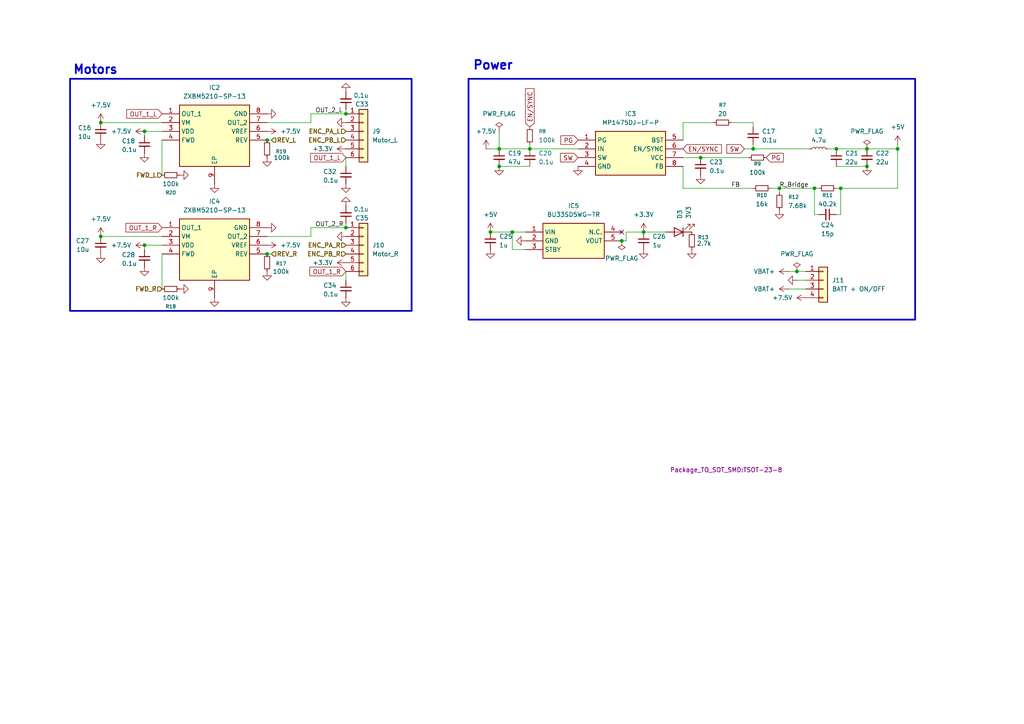
<source format=kicad_sch>
(kicad_sch (version 20250114) (generator "eeschema") (generator_version "9.0")
  (paper "A4")
  (title_block (title "Power&Control") (date "2025-09-19") (rev "Nelven") (company "ESE"))
  (lib_symbols
    (symbol "BU33SD5WG-TR:BU33SD5WG-TR"
      (property "Reference" "PS" (at 24.13 7.62 0))
      (property "Value" "BU33SD5WG-TR" (at 24.13 5.08 0))
      (symbol "BU33SD5WG-TR_1_1"
        (rectangle (start 5.08 2.54) (end 22.86 -7.62) (stroke (width 0.254)) (fill (type background)))
        (pin passive line (at 0 0 0) (length 5.08) (name "VIN") (number "1"))
        (pin passive line (at 0 -2.54 0) (length 5.08) (name "GND") (number "2"))
        (pin passive line (at 0 -5.08 0) (length 5.08) (name "STBY") (number "3"))
        (pin no_connect line (at 27.94 0 180) (length 5.08) (name "N.C.") (number "4"))
        (pin passive line (at 27.94 -2.54 180) (length 5.08) (name "VOUT") (number "5"))
      )
    )
    (symbol "Connector_Generic:Conn_01x04" (pin_names (offset 1.016) (hide yes))
      (property "Reference" "J" (at 0 5.08 0))
      (property "Value" "Conn_01x04" (at 0 -7.62 0))
      (symbol "Conn_01x04_1_1"
        (rectangle (start -1.27 3.81) (end 1.27 -6.35) (stroke (width 0.254)) (fill (type background)))
        (rectangle (start -1.27 2.667) (end 0 2.413) (stroke (width 0.1524)))
        (rectangle (start -1.27 0.127) (end 0 -0.127) (stroke (width 0.1524)))
        (rectangle (start -1.27 -2.413) (end 0 -2.667) (stroke (width 0.1524)))
        (rectangle (start -1.27 -4.953) (end 0 -5.207) (stroke (width 0.1524)))
        (pin passive line (at -5.08 2.54 0) (length 3.81) (name "Pin_1") (number "1"))
        (pin passive line (at -5.08 0 0) (length 3.81) (name "Pin_2") (number "2"))
        (pin passive line (at -5.08 -2.54 0) (length 3.81) (name "Pin_3") (number "3"))
        (pin passive line (at -5.08 -5.08 0) (length 3.81) (name "Pin_4") (number "4"))
      )
    )
    (symbol "Connector_Generic:Conn_01x06" (pin_names (offset 1.016) (hide yes))
      (property "Reference" "J" (at 0 7.62 0))
      (property "Value" "Conn_01x06" (at 0 -10.16 0))
      (symbol "Conn_01x06_1_1"
        (rectangle (start -1.27 6.35) (end 1.27 -8.89) (stroke (width 0.254)) (fill (type background)))
        (rectangle (start -1.27 5.207) (end 0 4.953) (stroke (width 0.1524)))
        (rectangle (start -1.27 2.667) (end 0 2.413) (stroke (width 0.1524)))
        (rectangle (start -1.27 0.127) (end 0 -0.127) (stroke (width 0.1524)))
        (rectangle (start -1.27 -2.413) (end 0 -2.667) (stroke (width 0.1524)))
        (rectangle (start -1.27 -4.953) (end 0 -5.207) (stroke (width 0.1524)))
        (rectangle (start -1.27 -7.493) (end 0 -7.747) (stroke (width 0.1524)))
        (pin passive line (at -5.08 5.08 0) (length 3.81) (name "Pin_1") (number "1"))
        (pin passive line (at -5.08 2.54 0) (length 3.81) (name "Pin_2") (number "2"))
        (pin passive line (at -5.08 0 0) (length 3.81) (name "Pin_3") (number "3"))
        (pin passive line (at -5.08 -2.54 0) (length 3.81) (name "Pin_4") (number "4"))
        (pin passive line (at -5.08 -5.08 0) (length 3.81) (name "Pin_5") (number "5"))
        (pin passive line (at -5.08 -7.62 0) (length 3.81) (name "Pin_6") (number "6"))
      )
    )
    (symbol "Device:C_Small" (pin_numbers (hide yes)) (pin_names (offset 0.254) (hide yes))
      (property "Reference" "C" (at 0.254 1.778 0))
      (property "Value" "C_Small" (at 0.254 -2.032 0))
      (symbol "C_Small_0_1"
        (polyline (pts (xy -1.524 0.508) (xy 1.524 0.508)) (stroke (width 0.3048)))
        (polyline (pts (xy -1.524 -0.508) (xy 1.524 -0.508)) (stroke (width 0.3302)))
      )
      (symbol "C_Small_1_1"
        (pin passive line (at 0 2.54 270) (length 2.032) (name "~") (number "1"))
        (pin passive line (at 0 -2.54 90) (length 2.032) (name "~") (number "2"))
      )
    )
    (symbol "Device:LED" (pin_numbers (hide yes)) (pin_names (offset 1.016) (hide yes))
      (property "Reference" "D" (at 0 2.54 0))
      (property "Value" "LED" (at 0 -2.54 0))
      (symbol "LED_0_1"
        (polyline (pts (xy -3.048 -0.762) (xy -4.572 -2.286) (xy -3.81 -2.286) (xy -4.572 -2.286) (xy -4.572 -1.524)))
        (polyline (pts (xy -1.778 -0.762) (xy -3.302 -2.286) (xy -2.54 -2.286) (xy -3.302 -2.286) (xy -3.302 -1.524)))
        (polyline (pts (xy -1.27 0) (xy 1.27 0)))
        (polyline (pts (xy -1.27 -1.27) (xy -1.27 1.27)) (stroke (width 0.254)))
        (polyline (pts (xy 1.27 -1.27) (xy 1.27 1.27) (xy -1.27 0) (xy 1.27 -1.27)) (stroke (width 0.254)))
      )
      (symbol "LED_1_1"
        (pin passive line (at -3.81 0 0) (length 2.54) (name "K") (number "1"))
        (pin passive line (at 3.81 0 180) (length 2.54) (name "A") (number "2"))
      )
    )
    (symbol "Device:L_Small" (pin_numbers (hide yes)) (pin_names (offset 0.254) (hide yes))
      (property "Reference" "L" (at 0.762 1.016 0))
      (property "Value" "L_Small" (at 0.762 -1.016 0))
      (symbol "L_Small_0_1"
        (arc (start 0 2.032) (mid 0.5058 1.524) (end 0 1.016))
        (arc (start 0 1.016) (mid 0.5058 0.508) (end 0 0))
        (arc (start 0 0) (mid 0.5058 -0.508) (end 0 -1.016))
        (arc (start 0 -1.016) (mid 0.5058 -1.524) (end 0 -2.032))
      )
      (symbol "L_Small_1_1"
        (pin passive line (at 0 2.54 270) (length 0.508) (name "~") (number "1"))
        (pin passive line (at 0 -2.54 90) (length 0.508) (name "~") (number "2"))
      )
    )
    (symbol "Device:R_Small" (pin_numbers (hide yes)) (pin_names (offset 0.254) (hide yes))
      (property "Reference" "R" (at 0 0 90))
      (property "Value" "R_Small" (at 1.778 0 90))
      (symbol "R_Small_0_1"
        (rectangle (start -0.762 1.778) (end 0.762 -1.778) (stroke (width 0.2032)))
      )
      (symbol "R_Small_1_1"
        (pin passive line (at 0 2.54 270) (length 0.762) (name "~") (number "1"))
        (pin passive line (at 0 -2.54 90) (length 0.762) (name "~") (number "2"))
      )
    )
    (symbol "MP1475DJ-LF-P:MP1475DJ-LF-P"
      (property "Reference" "IC" (at 26.67 7.62 0))
      (property "Value" "MP1475DJ-LF-P" (at 26.67 5.08 0))
      (symbol "MP1475DJ-LF-P_1_1"
        (rectangle (start 5.08 2.54) (end 25.4 -10.16) (stroke (width 0.254)) (fill (type background)))
        (pin passive line (at 0 0 0) (length 5.08) (name "PG") (number "1"))
        (pin passive line (at 0 -2.54 0) (length 5.08) (name "IN") (number "2"))
        (pin passive line (at 0 -5.08 0) (length 5.08) (name "SW") (number "3"))
        (pin passive line (at 0 -7.62 0) (length 5.08) (name "GND") (number "4"))
        (pin passive line (at 30.48 0 180) (length 5.08) (name "BST") (number "5"))
        (pin passive line (at 30.48 -2.54 180) (length 5.08) (name "EN/SYNC") (number "6"))
        (pin passive line (at 30.48 -5.08 180) (length 5.08) (name "VCC") (number "7"))
        (pin passive line (at 30.48 -7.62 180) (length 5.08) (name "FB") (number "8"))
      )
    )
    (symbol "ZXBM5210-SP-13:ZXBM5210-SP-13"
      (property "Reference" "IC" (at 26.67 7.62 0))
      (property "Value" "ZXBM5210-SP-13" (at 26.67 5.08 0))
      (symbol "ZXBM5210-SP-13_1_1"
        (rectangle (start 5.08 2.54) (end 25.4 -15.24) (stroke (width 0.254)) (fill (type background)))
        (pin passive line (at 0 0 0) (length 5.08) (name "OUT_1") (number "1"))
        (pin passive line (at 0 -2.54 0) (length 5.08) (name "VM") (number "2"))
        (pin passive line (at 0 -5.08 0) (length 5.08) (name "VDD") (number "3"))
        (pin passive line (at 0 -7.62 0) (length 5.08) (name "FWD") (number "4"))
        (pin passive line (at 15.24 -20.32 90) (length 5.08) (name "EP") (number "9"))
        (pin passive line (at 30.48 0 180) (length 5.08) (name "GND") (number "8"))
        (pin passive line (at 30.48 -2.54 180) (length 5.08) (name "OUT_2") (number "7"))
        (pin passive line (at 30.48 -5.08 180) (length 5.08) (name "VREF") (number "6"))
        (pin passive line (at 30.48 -7.62 180) (length 5.08) (name "REV") (number "5"))
      )
    )
    (symbol "power:+3.3V" (power) (pin_numbers (hide yes)) (pin_names (offset 0) (hide yes))
      (property "Value" "+3.3V" (at 0 3.556 0))
      (symbol "+3.3V_0_1"
        (polyline (pts (xy -0.762 1.27) (xy 0 2.54)))
        (polyline (pts (xy 0 2.54) (xy 0.762 1.27)))
        (polyline (pts (xy 0 0) (xy 0 2.54)))
      )
      (symbol "+3.3V_1_1"
        (pin power_in line (at 0 0 90) (length 0) (name "~") (number "1"))
      )
    )
    (symbol "power:+5V" (power) (pin_numbers (hide yes)) (pin_names (offset 0) (hide yes))
      (property "Value" "+5V" (at 0 3.556 0))
      (symbol "+5V_0_1"
        (polyline (pts (xy -0.762 1.27) (xy 0 2.54)))
        (polyline (pts (xy 0 2.54) (xy 0.762 1.27)))
        (polyline (pts (xy 0 0) (xy 0 2.54)))
      )
      (symbol "+5V_1_1"
        (pin power_in line (at 0 0 90) (length 0) (name "~") (number "1"))
      )
    )
    (symbol "power:+7.5V" (power) (pin_numbers (hide yes)) (pin_names (offset 0) (hide yes))
      (property "Value" "+7.5V" (at 0 3.556 0))
      (symbol "+7.5V_0_1"
        (polyline (pts (xy -0.762 1.27) (xy 0 2.54)))
        (polyline (pts (xy 0 2.54) (xy 0.762 1.27)))
        (polyline (pts (xy 0 0) (xy 0 2.54)))
      )
      (symbol "+7.5V_1_1"
        (pin power_in line (at 0 0 90) (length 0) (name "~") (number "1"))
      )
    )
    (symbol "power:GND" (power) (pin_numbers (hide yes)) (pin_names (offset 0) (hide yes))
      (property "Value" "GND" (at 0 -3.81 0))
      (symbol "GND_0_1"
        (polyline (pts (xy 0 0) (xy 0 -1.27) (xy 1.27 -1.27) (xy 0 -2.54) (xy -1.27 -1.27) (xy 0 -1.27)))
      )
      (symbol "GND_1_1"
        (pin power_in line (at 0 0 270) (length 0) (name "~") (number "1"))
      )
    )
    (symbol "power:PWR_FLAG" (power) (pin_numbers (hide yes)) (pin_names (offset 0) (hide yes))
      (property "Value" "PWR_FLAG" (at 0 3.81 0))
      (symbol "PWR_FLAG_0_0"
        (pin power_out line (at 0 0 90) (length 0) (name "~") (number "1"))
      )
      (symbol "PWR_FLAG_0_1"
        (polyline (pts (xy 0 0) (xy 0 1.27) (xy -1.016 1.905) (xy 0 2.54) (xy 1.016 1.905) (xy 0 1.27)))
      )
    )
    (symbol "power:VCC" (power) (pin_numbers (hide yes)) (pin_names (offset 0) (hide yes))
      (property "Value" "VCC" (at 0 3.556 0))
      (symbol "VCC_0_1"
        (polyline (pts (xy -0.762 1.27) (xy 0 2.54)))
        (polyline (pts (xy 0 2.54) (xy 0.762 1.27)))
        (polyline (pts (xy 0 0) (xy 0 2.54)))
      )
      (symbol "VCC_1_1"
        (pin power_in line (at 0 0 90) (length 0) (name "~") (number "1"))
      )
    )
  )
  (rectangle (start 135.89 22.86) (end 265.43 92.71) (stroke (width 0.5)))
  (rectangle (start 20.32 22.86) (end 119.38 90.17) (stroke (width 0.5)))
  (text "Power" (at 143.002 19.05 0) (effects (font (size 2.54 2.54) (thickness 0.508) (bold yes))))
  (text "Motors" (at 27.686 20.32 0) (effects (font (size 2.54 2.54) (thickness 0.508) (bold yes))))
  (junction (at 144.78 48.26))
  (junction (at 29.21 68.58))
  (junction (at 77.47 73.66))
  (junction (at 218.44 43.18))
  (junction (at 242.57 43.18))
  (junction (at 203.2 45.72))
  (junction (at 231.14 78.74))
  (junction (at 251.46 43.18))
  (junction (at 236.22 54.61))
  (junction (at 142.24 67.31))
  (junction (at 100.33 66.04))
  (junction (at 226.06 54.61))
  (junction (at 251.46 48.26))
  (junction (at 186.69 67.31))
  (junction (at 41.91 71.12))
  (junction (at 153.67 43.18))
  (junction (at 180.34 69.85))
  (junction (at 29.21 35.56))
  (junction (at 243.84 54.61))
  (junction (at 77.47 40.64))
  (junction (at 148.59 67.31))
  (junction (at 144.78 43.18))
  (junction (at 100.33 33.02))
  (junction (at 41.91 38.1))
  (junction (at 260.35 43.18))
  (no_connect (at 180.34 67.31))
  (wire (pts (xy 243.84 54.61) (xy 243.84 62.23)))
  (wire (pts (xy 144.78 48.26) (xy 153.67 48.26)))
  (wire (pts (xy 41.91 71.12) (xy 46.99 71.12)))
  (wire (pts (xy 260.35 43.18) (xy 260.35 54.61)))
  (wire (pts (xy 152.4 72.39) (xy 148.59 72.39)))
  (wire (pts (xy 234.95 43.18) (xy 218.44 43.18)))
  (wire (pts (xy 100.33 31.75) (xy 100.33 33.02)))
  (wire (pts (xy 198.12 35.56) (xy 198.12 40.64)))
  (wire (pts (xy 77.47 35.56) (xy 90.17 35.56)))
  (wire (pts (xy 153.67 41.91) (xy 153.67 43.18)))
  (wire (pts (xy 41.91 39.37) (xy 41.91 38.1)))
  (wire (pts (xy 29.21 35.56) (xy 46.99 35.56)))
  (wire (pts (xy 242.57 48.26) (xy 251.46 48.26)))
  (wire (pts (xy 90.17 35.56) (xy 90.17 33.02)))
  (wire (pts (xy 198.12 35.56) (xy 207.01 35.56)))
  (wire (pts (xy 231.14 78.74) (xy 233.68 78.74)))
  (wire (pts (xy 148.59 72.39) (xy 148.59 67.31)))
  (wire (pts (xy 77.47 68.58) (xy 90.17 68.58)))
  (wire (pts (xy 218.44 41.91) (xy 218.44 43.18)))
  (wire (pts (xy 78.74 73.66) (xy 77.47 73.66)))
  (wire (pts (xy 226.06 55.88) (xy 226.06 54.61)))
  (wire (pts (xy 78.74 40.64) (xy 77.47 40.64)))
  (wire (pts (xy 203.2 45.72) (xy 217.17 45.72)))
  (wire (pts (xy 242.57 43.18) (xy 251.46 43.18)))
  (wire (pts (xy 228.6 83.82) (xy 233.68 83.82)))
  (wire (pts (xy 218.44 43.18) (xy 215.9 43.18)))
  (wire (pts (xy 260.35 41.91) (xy 260.35 43.18)))
  (wire (pts (xy 212.09 35.56) (xy 218.44 35.56)))
  (wire (pts (xy 144.78 43.18) (xy 153.67 43.18)))
  (wire (pts (xy 46.99 83.82) (xy 46.99 73.66)))
  (wire (pts (xy 260.35 54.61) (xy 243.84 54.61)))
  (wire (pts (xy 236.22 54.61) (xy 236.22 62.23)))
  (wire (pts (xy 41.91 38.1) (xy 46.99 38.1)))
  (wire (pts (xy 233.68 81.28) (xy 231.14 81.28)))
  (wire (pts (xy 148.59 67.31) (xy 152.4 67.31)))
  (wire (pts (xy 100.33 81.28) (xy 100.33 78.74)))
  (wire (pts (xy 181.61 67.31) (xy 181.61 69.85)))
  (wire (pts (xy 29.21 68.58) (xy 46.99 68.58)))
  (wire (pts (xy 100.33 48.26) (xy 100.33 45.72)))
  (wire (pts (xy 186.69 67.31) (xy 193.04 67.31)))
  (wire (pts (xy 243.84 62.23) (xy 242.57 62.23)))
  (wire (pts (xy 186.69 67.31) (xy 181.61 67.31)))
  (wire (pts (xy 90.17 68.58) (xy 90.17 66.04)))
  (wire (pts (xy 198.12 45.72) (xy 203.2 45.72)))
  (wire (pts (xy 41.91 72.39) (xy 41.91 71.12)))
  (wire (pts (xy 181.61 69.85) (xy 180.34 69.85)))
  (wire (pts (xy 243.84 54.61) (xy 242.57 54.61)))
  (wire (pts (xy 90.17 33.02) (xy 100.33 33.02)))
  (wire (pts (xy 198.12 48.26) (xy 198.12 54.61)))
  (wire (pts (xy 226.06 54.61) (xy 223.52 54.61)))
  (wire (pts (xy 142.24 67.31) (xy 148.59 67.31)))
  (wire (pts (xy 218.44 35.56) (xy 218.44 36.83)))
  (wire (pts (xy 242.57 43.18) (xy 240.03 43.18)))
  (wire (pts (xy 236.22 54.61) (xy 237.49 54.61)))
  (wire (pts (xy 46.99 50.8) (xy 46.99 40.64)))
  (wire (pts (xy 140.97 43.18) (xy 144.78 43.18)))
  (wire (pts (xy 260.35 43.18) (xy 251.46 43.18)))
  (wire (pts (xy 100.33 64.77) (xy 100.33 66.04)))
  (wire (pts (xy 198.12 54.61) (xy 218.44 54.61)))
  (wire (pts (xy 226.06 54.61) (xy 236.22 54.61)))
  (wire (pts (xy 228.6 78.74) (xy 231.14 78.74)))
  (wire (pts (xy 90.17 66.04) (xy 100.33 66.04)))
  (wire (pts (xy 144.78 38.1) (xy 144.78 43.18)))
  (wire (pts (xy 236.22 62.23) (xy 237.49 62.23)))
  (wire (pts (xy 153.67 43.18) (xy 167.64 43.18)))
  (label "FB" (at 212.09 54.61 0))
  (label "OUT_2_R" (at 91.44 66.04 0))
  (label "OUT_2_L" (at 91.44 33.02 0))
  (label "R_Bridge" (at 226.06 54.61 0))
  (global_label "SW" (shape input) (at 167.64 45.72 180) (effects (font (thickness 0.1588))) (property "Intersheetrefs" "${INTERSHEET_REFS}" (effects (hide yes))))
  (global_label "EN{slash}SYNC" (shape input) (at 153.67 36.83 90) (effects (font (thickness 0.1588))) (property "Intersheetrefs" "${INTERSHEET_REFS}" (effects (hide yes))))
  (global_label "SW" (shape input) (at 215.9 43.18 180) (effects (font (thickness 0.1588))) (property "Intersheetrefs" "${INTERSHEET_REFS}" (effects (hide yes))))
  (global_label "PG" (shape input) (at 167.64 40.64 180) (effects (font (thickness 0.1588))) (property "Intersheetrefs" "${INTERSHEET_REFS}" (effects (hide yes))))
  (global_label "EN{slash}SYNC" (shape input) (at 198.12 43.18 0) (effects (font (thickness 0.1588))) (property "Intersheetrefs" "${INTERSHEET_REFS}" (effects (hide yes))))
  (global_label "OUT_1_R" (shape input) (at 46.99 66.04 180) (property "Intersheetrefs" "${INTERSHEET_REFS}" (effects (hide yes))))
  (global_label "OUT_1_L" (shape input) (at 100.33 45.72 180) (property "Intersheetrefs" "${INTERSHEET_REFS}" (effects (hide yes))))
  (global_label "PG" (shape input) (at 222.25 45.72 0) (effects (font (thickness 0.1588))) (property "Intersheetrefs" "${INTERSHEET_REFS}" (effects (hide yes))))
  (global_label "OUT_1_L" (shape input) (at 46.99 33.02 180) (property "Intersheetrefs" "${INTERSHEET_REFS}" (effects (hide yes))))
  (global_label "OUT_1_R" (shape input) (at 100.33 78.74 180) (property "Intersheetrefs" "${INTERSHEET_REFS}" (effects (hide yes))))
  (hierarchical_label "ENC_PB_R" (shape input) (at 100.33 73.66 180) (effects (font (thickness 0.254) (bold yes))))
  (hierarchical_label "ENC_PB_L" (shape input) (at 100.33 40.64 180) (effects (font (thickness 0.254) (bold yes))))
  (hierarchical_label "REV_L" (shape input) (at 78.74 40.64 0) (effects (font (thickness 0.254) (bold yes))))
  (hierarchical_label "FWD_R" (shape input) (at 46.99 83.82 180) (effects (font (thickness 0.254) (bold yes))))
  (hierarchical_label "ENC_PA_L" (shape input) (at 100.33 38.1 180) (effects (font (thickness 0.254) (bold yes))))
  (hierarchical_label "REV_R" (shape input) (at 78.74 73.66 0) (effects (font (thickness 0.254) (bold yes))))
  (hierarchical_label "FWD_L" (shape input) (at 46.99 50.8 180) (effects (font (thickness 0.254) (bold yes))))
  (hierarchical_label "ENC_PA_R" (shape input) (at 100.33 71.12 180) (effects (font (thickness 0.254) (bold yes))))
  (symbol (lib_id "Device:C_Small") (at 100.33 50.8 0) (unit 1)
    (property "Reference" "C32" (at 93.726 49.784 0) (effects (justify left)))
    (property "Value" "0.1u" (at 93.726 52.324 0) (effects (justify left)))
    (property "Footprint" "Capacitor_SMD:C_0402_1005Metric" (effects (hide yes)))
    (property "Description" "Unpolarized capacitor, small symbol" (effects (hide yes)))
  )
  (symbol (lib_id "Device:C_Small") (at 251.46 45.72 0) (unit 1)
    (property "Reference" "C22" (at 254 44.4562 0) (effects (justify left)))
    (property "Value" "22u" (at 254 46.9962 0) (effects (justify left)))
    (property "Footprint" "Capacitor_SMD:C_0603_1608Metric" (effects (hide yes)))
    (property "Description" "Unpolarized capacitor, small symbol" (effects (hide yes)))
  )
  (symbol (lib_id "ZXBM5210-SP-13:ZXBM5210-SP-13") (at 46.99 33.02 0) (unit 1)
    (property "Reference" "IC2" (at 62.23 25.4 0))
    (property "Value" "ZXBM5210-SP-13" (at 62.23 27.94 0))
    (property "Footprint" "ESE:SOIC127P600X150-9N" (effects (hide yes)))
    (property "Datasheet" "https://www.diodes.com/assets/Datasheets/ZXBM5210.pdf" (effects (hide yes)))
    (property "Description" "Motor / Motion / Ignition Controllers & Drivers Reversible DC Drive 0.85mA" (effects (hide yes)))
    (property "Height" "1.5" (effects (hide yes)))
    (property "Manufacturer_Name" "Diodes Incorporated" (effects (hide yes)))
    (property "Manufacturer_Part_Number" "ZXBM5210-SP-13" (effects (hide yes)))
    (property "Mouser Part Number" "621-ZXBM5210-SP-13" (effects (hide yes)))
    (property "Mouser Price/Stock" "https://www.mouser.co.uk/ProductDetail/Diodes-Incorporated/ZXBM5210-SP-13?qs=98WN%2FnWUQiQYAgSBGLkvdw%3D%3D" (effects (hide yes)))
    (property "Arrow Part Number" "ZXBM5210-SP-13" (effects (hide yes)))
    (property "Arrow Price/Stock" "https://www.arrow.com/en/products/zxbm5210-sp-13/diodes-incorporated?region=nac" (effects (hide yes)))
  )
  (symbol (lib_id "power:+7.5V") (at 140.97 43.18 0) (unit 1)
    (property "Reference" "#PWR058" (effects (hide yes)))
    (property "Value" "+7.5V" (at 140.97 38.1 0))
    (property "Description" "Power symbol creates a global label with name \"+7.5V\"" (effects (hide yes)))
  )
  (symbol (lib_id "power:GND") (at 100.33 53.34 0) (unit 1)
    (property "Reference" "#PWR094" (effects (hide yes)))
    (property "Value" "GND" (effects (hide yes)))
    (property "Description" "Power symbol creates a global label with name \"GND\" , ground" (effects (hide yes)))
  )
  (symbol (lib_id "power:PWR_FLAG") (at 180.34 69.85 180) (unit 1)
    (property "Reference" "#FLG05" (effects (hide yes)))
    (property "Value" "PWR_FLAG" (at 180.34 74.93 0))
    (property "Description" "Special symbol for telling ERC where power comes from" (effects (hide yes)))
  )
  (symbol (lib_id "power:+7.5V") (at 41.91 71.12 90) (unit 1)
    (property "Reference" "#PWR072" (effects (hide yes)))
    (property "Value" "+7.5V" (at 38.1 71.1199 90) (effects (justify left)))
    (property "Description" "Power symbol creates a global label with name \"+7.5V\"" (effects (hide yes)))
  )
  (symbol (lib_id "BU33SD5WG-TR:BU33SD5WG-TR") (at 152.4 67.31 0) (unit 1)
    (property "Reference" "IC5" (at 166.37 59.69 0))
    (property "Value" "BU33SD5WG-TR" (at 166.37 62.23 0))
    (property "Footprint" "ESE:SOT95P280X125-5N" (effects (hide yes)))
    (property "Datasheet" "https://componentsearchengine.com/Datasheets/1/BU33SD5WG-TR.pdf" (effects (hide yes)))
    (property "Description" "LDO regulator,3.3V,0.5A,standby,SSOP5 ROHM BU33SD5WG-TR, LDO Voltage Regulator, 0.5A, 3.3 V +/-2%, 1.7  6 Vin, 5-Pin SSOP" (effects (hide yes)))
    (property "Height" "1.25" (effects (hide yes)))
    (property "Manufacturer_Name" "ROHM Semiconductor" (effects (hide yes)))
    (property "Manufacturer_Part_Number" "BU33SD5WG-TR" (effects (hide yes)))
  )
  (symbol (lib_id "power:+3.3V") (at 100.33 76.2 90) (unit 1)
    (property "Reference" "#PWR078" (effects (hide yes)))
    (property "Value" "+3.3V" (at 96.52 76.1999 90) (effects (justify left)))
    (property "Description" "Power symbol creates a global label with name \"+3.3V\"" (effects (hide yes)))
  )
  (symbol (lib_id "Device:R_Small") (at 49.53 83.82 90) (unit 1)
    (property "Reference" "R18" (at 49.53 88.9 90) (effects (font (size 1.016 1.016))))
    (property "Value" "100k" (at 49.53 86.36 90))
    (property "Footprint" "Resistor_SMD:R_0402_1005Metric" (effects (hide yes)))
    (property "Description" "Resistor, small symbol" (effects (hide yes)))
  )
  (symbol (lib_id "Device:R_Small") (at 49.53 50.8 90) (unit 1)
    (property "Reference" "R20" (at 49.53 55.88 90) (effects (font (size 1.016 1.016))))
    (property "Value" "100k" (at 49.53 53.34 90))
    (property "Footprint" "Resistor_SMD:R_0402_1005Metric" (effects (hide yes)))
    (property "Description" "Resistor, small symbol" (effects (hide yes)))
  )
  (symbol (lib_id "power:GND") (at 167.64 48.26 0) (unit 1)
    (property "Reference" "#PWR061" (effects (hide yes)))
    (property "Value" "GND" (effects (hide yes)))
    (property "Description" "Power symbol creates a global label with name \"GND\" , ground" (effects (hide yes)))
  )
  (symbol (lib_id "power:GND") (at 77.47 33.02 90) (unit 1)
    (property "Reference" "#PWR050" (effects (hide yes)))
    (property "Value" "GND" (effects (hide yes)))
    (property "Description" "Power symbol creates a global label with name \"GND\" , ground" (effects (hide yes)))
  )
  (symbol (lib_id "Device:R_Small") (at 77.47 76.2 0) (unit 1)
    (property "Reference" "R17" (at 81.534 76.454 0) (effects (font (size 1.016 1.016))))
    (property "Value" "100k" (at 81.534 78.74 0))
    (property "Footprint" "Resistor_SMD:R_0402_1005Metric" (effects (hide yes)))
    (property "Description" "Resistor, small symbol" (effects (hide yes)))
  )
  (symbol (lib_id "Device:R_Small") (at 240.03 54.61 270) (unit 1)
    (property "Reference" "R11" (at 240.03 56.642 90) (effects (font (size 1.016 1.016))))
    (property "Value" "40.2k" (at 240.03 59.182 90))
    (property "Footprint" "Resistor_SMD:R_0402_1005Metric" (effects (hide yes)))
    (property "Description" "Resistor, small symbol" (effects (hide yes)))
  )
  (symbol (lib_id "power:GND") (at 77.47 78.74 0) (unit 1)
    (property "Reference" "#PWR090" (effects (hide yes)))
    (property "Value" "GND" (effects (hide yes)))
    (property "Description" "Power symbol creates a global label with name \"GND\" , ground" (effects (hide yes)))
  )
  (symbol (lib_id "power:GND") (at 203.2 50.8 0) (unit 1)
    (property "Reference" "#PWR063" (effects (hide yes)))
    (property "Value" "GND" (effects (hide yes)))
    (property "Description" "Power symbol creates a global label with name \"GND\" , ground" (effects (hide yes)))
  )
  (symbol (lib_id "power:GND") (at 41.91 77.47 0) (unit 1)
    (property "Reference" "#PWR079" (effects (hide yes)))
    (property "Value" "GND" (effects (hide yes)))
    (property "Description" "Power symbol creates a global label with name \"GND\" , ground" (effects (hide yes)))
  )
  (symbol (lib_id "power:GND") (at 251.46 48.26 0) (unit 1)
    (property "Reference" "#PWR062" (effects (hide yes)))
    (property "Value" "GND" (effects (hide yes)))
    (property "Description" "Power symbol creates a global label with name \"GND\" , ground" (effects (hide yes)))
  )
  (symbol (lib_id "Connector_Generic:Conn_01x06") (at 105.41 38.1 0) (unit 1)
    (property "Reference" "J9" (at 107.95 38.0999 0) (effects (justify left)))
    (property "Value" "Motor_L" (at 107.95 40.6399 0) (effects (justify left)))
    (property "Footprint" "Connector_JST:JST_PH_S6B-PH-K_1x06_P2.00mm_Horizontal" (effects (hide yes)))
    (property "Description" "Generic connector, single row, 01x06, script generated (kicad-library-utils/schlib/autogen/connector/)" (effects (hide yes)))
  )
  (symbol (lib_id "power:PWR_FLAG") (at 144.78 38.1 0) (unit 1)
    (property "Reference" "#FLG03" (effects (hide yes)))
    (property "Value" "PWR_FLAG" (at 144.78 33.02 0))
    (property "Description" "Special symbol for telling ERC where power comes from" (effects (hide yes)))
  )
  (symbol (lib_id "Device:C_Small") (at 100.33 62.23 180) (unit 1)
    (property "Reference" "C35" (at 106.934 63.246 0) (effects (justify left)))
    (property "Value" "0.1u" (at 106.934 60.706 0) (effects (justify left)))
    (property "Footprint" "Capacitor_SMD:C_0402_1005Metric" (effects (hide yes)))
    (property "Description" "Unpolarized capacitor, small symbol" (effects (hide yes)))
  )
  (symbol (lib_id "Device:C_Small") (at 100.33 29.21 180) (unit 1)
    (property "Reference" "C33" (at 106.934 30.226 0) (effects (justify left)))
    (property "Value" "0.1u" (at 106.934 27.686 0) (effects (justify left)))
    (property "Footprint" "Capacitor_SMD:C_0402_1005Metric" (effects (hide yes)))
    (property "Description" "Unpolarized capacitor, small symbol" (effects (hide yes)))
  )
  (symbol (lib_id "power:GND") (at 29.21 40.64 0) (unit 1)
    (property "Reference" "#PWR055" (effects (hide yes)))
    (property "Value" "GND" (effects (hide yes)))
    (property "Description" "Power symbol creates a global label with name \"GND\" , ground" (effects (hide yes)))
  )
  (symbol (lib_id "Connector_Generic:Conn_01x06") (at 105.41 71.12 0) (unit 1)
    (property "Reference" "J10" (at 107.95 71.1199 0) (effects (justify left)))
    (property "Value" "Motor_R" (at 107.95 73.6599 0) (effects (justify left)))
    (property "Footprint" "Connector_JST:JST_PH_S6B-PH-K_1x06_P2.00mm_Horizontal" (effects (hide yes)))
    (property "Description" "Generic connector, single row, 01x06, script generated (kicad-library-utils/schlib/autogen/connector/)" (effects (hide yes)))
  )
  (symbol (lib_id "MP1475DJ-LF-P:MP1475DJ-LF-P") (at 167.64 40.64 0) (unit 1)
    (property "Reference" "IC3" (at 182.88 33.02 0))
    (property "Value" "MP1475DJ-LF-P" (at 182.88 35.56 0))
    (property "Footprint" "Package_TO_SOT_SMD:TSOT-23-8" (at 194.31 135.56 0) (effects (justify left top)))
    (property "Datasheet" "https://www.monolithicpower.com/en/documentview/productdocument/index/version/2/document_type/Datasheet/lang/en/sku/MP1475/document_id/342" (at 194.31 235.56 0) (effects (justify left top)))
    (property "Description" "Switching Voltage Regulators 3A, 16V, 500kHz Sync, Stp-Dwn Cnvrtr" (effects (hide yes)))
    (property "Height" "1" (effects (hide yes)))
    (property "Manufacturer_Name" "Monolithic Power Systems (MPS)" (effects (hide yes)))
    (property "Manufacturer_Part_Number" "MP1475DJ-LF-P" (effects (hide yes)))
  )
  (symbol (lib_id "power:PWR_FLAG") (at 251.46 43.18 0) (unit 1)
    (property "Reference" "#FLG04" (effects (hide yes)))
    (property "Value" "PWR_FLAG" (at 251.46 38.1 0))
    (property "Description" "Special symbol for telling ERC where power comes from" (effects (hide yes)))
  )
  (symbol (lib_id "power:PWR_FLAG") (at 231.14 78.74 0) (unit 1)
    (property "Reference" "#FLG06" (effects (hide yes)))
    (property "Value" "PWR_FLAG" (at 231.14 73.66 0))
    (property "Description" "Special symbol for telling ERC where power comes from" (effects (hide yes)))
  )
  (symbol (lib_id "Device:C_Small") (at 41.91 74.93 0) (unit 1)
    (property "Reference" "C28" (at 35.306 73.914 0) (effects (justify left)))
    (property "Value" "0.1u" (at 35.306 76.454 0) (effects (justify left)))
    (property "Footprint" "Capacitor_SMD:C_0402_1005Metric" (effects (hide yes)))
    (property "Description" "Unpolarized capacitor, small symbol" (effects (hide yes)))
  )
  (symbol (lib_id "power:GND") (at 186.69 72.39 0) (unit 1)
    (property "Reference" "#PWR075" (effects (hide yes)))
    (property "Value" "GND" (effects (hide yes)))
    (property "Description" "Power symbol creates a global label with name \"GND\" , ground" (effects (hide yes)))
  )
  (symbol (lib_id "Connector_Generic:Conn_01x04") (at 238.76 81.28 0) (unit 1)
    (property "Reference" "J11" (at 241.3 81.2799 0) (effects (justify left)))
    (property "Value" "BATT + ON/OFF" (at 241.3 83.8199 0) (effects (justify left)))
    (property "Footprint" "Connector_JST:JST_PH_S4B-PH-K_1x04_P2.00mm_Horizontal" (effects (hide yes)))
    (property "Description" "Generic connector, single row, 01x04, script generated (kicad-library-utils/schlib/autogen/connector/)" (effects (hide yes)))
  )
  (symbol (lib_id "Device:R_Small") (at 226.06 58.42 0) (unit 1)
    (property "Reference" "R12" (at 228.6 57.1499 0) (effects (font (size 1.016 1.016)) (justify left)))
    (property "Value" "7.68k" (at 228.6 59.6899 0) (effects (justify left)))
    (property "Footprint" "Resistor_SMD:R_0402_1005Metric" (effects (hide yes)))
    (property "Description" "Resistor, small symbol" (effects (hide yes)))
  )
  (symbol (lib_id "power:+5V") (at 260.35 41.91 0) (unit 1)
    (property "Reference" "#PWR056" (effects (hide yes)))
    (property "Value" "+5V" (at 260.35 36.83 0))
    (property "Description" "Power symbol creates a global label with name \"+5V\"" (effects (hide yes)))
  )
  (symbol (lib_id "Device:R_Small") (at 77.47 43.18 0) (unit 1)
    (property "Reference" "R19" (at 81.534 43.942 0) (effects (font (size 1.016 1.016))))
    (property "Value" "100k" (at 81.788 45.72 0))
    (property "Footprint" "Resistor_SMD:R_0402_1005Metric" (effects (hide yes)))
    (property "Description" "Resistor, small symbol" (effects (hide yes)))
  )
  (symbol (lib_id "Device:R_Small") (at 200.66 69.85 180) (unit 1)
    (property "Reference" "R13" (at 203.962 68.834 0) (effects (font (size 1.016 1.016))))
    (property "Value" "2.7k" (at 204.216 70.612 0))
    (property "Footprint" "Resistor_SMD:R_0402_1005Metric" (effects (hide yes)))
    (property "Description" "Resistor, small symbol" (effects (hide yes)))
  )
  (symbol (lib_id "Device:LED") (at 196.85 67.31 180) (unit 1)
    (property "Reference" "D3" (at 197.1674 63.5 90) (effects (justify right)))
    (property "Value" "3V3" (at 199.7074 63.5 90) (effects (justify right)))
    (property "Footprint" "LED_SMD:LED_0603_1608Metric" (effects (hide yes)))
    (property "Description" "Light emitting diode" (effects (hide yes)))
    (property "Sim.Pins" "1=K 2=A" (effects (hide yes)))
  )
  (symbol (lib_id "Device:C_Small") (at 41.91 41.91 0) (unit 1)
    (property "Reference" "C18" (at 35.306 40.894 0) (effects (justify left)))
    (property "Value" "0.1u" (at 35.306 43.434 0) (effects (justify left)))
    (property "Footprint" "Capacitor_SMD:C_0402_1005Metric" (effects (hide yes)))
    (property "Description" "Unpolarized capacitor, small symbol" (effects (hide yes)))
  )
  (symbol (lib_id "ZXBM5210-SP-13:ZXBM5210-SP-13") (at 46.99 66.04 0) (unit 1)
    (property "Reference" "IC4" (at 62.23 58.42 0))
    (property "Value" "ZXBM5210-SP-13" (at 62.23 60.96 0))
    (property "Footprint" "ESE:SOIC127P600X150-9N" (effects (hide yes)))
    (property "Datasheet" "https://www.diodes.com/assets/Datasheets/ZXBM5210.pdf" (effects (hide yes)))
    (property "Description" "Motor / Motion / Ignition Controllers & Drivers Reversible DC Drive 0.85mA" (effects (hide yes)))
    (property "Height" "1.5" (effects (hide yes)))
    (property "Manufacturer_Name" "Diodes Incorporated" (effects (hide yes)))
    (property "Manufacturer_Part_Number" "ZXBM5210-SP-13" (effects (hide yes)))
    (property "Mouser Part Number" "621-ZXBM5210-SP-13" (effects (hide yes)))
    (property "Mouser Price/Stock" "https://www.mouser.co.uk/ProductDetail/Diodes-Incorporated/ZXBM5210-SP-13?qs=98WN%2FnWUQiQYAgSBGLkvdw%3D%3D" (effects (hide yes)))
    (property "Arrow Part Number" "ZXBM5210-SP-13" (effects (hide yes)))
    (property "Arrow Price/Stock" "https://www.arrow.com/en/products/zxbm5210-sp-13/diodes-incorporated?region=nac" (effects (hide yes)))
  )
  (symbol (lib_id "power:GND") (at 62.23 86.36 0) (unit 1)
    (property "Reference" "#PWR082" (effects (hide yes)))
    (property "Value" "GND" (effects (hide yes)))
    (property "Description" "Power symbol creates a global label with name \"GND\" , ground" (effects (hide yes)))
  )
  (symbol (lib_id "Device:C_Small") (at 203.2 48.26 0) (unit 1)
    (property "Reference" "C23" (at 205.74 46.9962 0) (effects (justify left)))
    (property "Value" "0.1u" (at 205.74 49.5362 0) (effects (justify left)))
    (property "Footprint" "Capacitor_SMD:C_0402_1005Metric" (effects (hide yes)))
    (property "Description" "Unpolarized capacitor, small symbol" (effects (hide yes)))
  )
  (symbol (lib_id "power:GND") (at 100.33 68.58 270) (unit 1)
    (property "Reference" "#PWR070" (effects (hide yes)))
    (property "Value" "GND" (effects (hide yes)))
    (property "Description" "Power symbol creates a global label with name \"GND\" , ground" (effects (hide yes)))
  )
  (symbol (lib_id "power:GND") (at 100.33 86.36 0) (unit 1)
    (property "Reference" "#PWR096" (effects (hide yes)))
    (property "Value" "GND" (effects (hide yes)))
    (property "Description" "Power symbol creates a global label with name \"GND\" , ground" (effects (hide yes)))
  )
  (symbol (lib_id "power:GND") (at 231.14 81.28 270) (unit 1)
    (property "Reference" "#PWR081" (effects (hide yes)))
    (property "Value" "GND" (effects (hide yes)))
    (property "Description" "Power symbol creates a global label with name \"GND\" , ground" (effects (hide yes)))
  )
  (symbol (lib_id "power:GND") (at 62.23 53.34 0) (unit 1)
    (property "Reference" "#PWR064" (effects (hide yes)))
    (property "Value" "GND" (effects (hide yes)))
    (property "Description" "Power symbol creates a global label with name \"GND\" , ground" (effects (hide yes)))
  )
  (symbol (lib_id "power:+3.3V") (at 186.69 67.31 0) (unit 1)
    (property "Reference" "#PWR068" (effects (hide yes)))
    (property "Value" "+3.3V" (at 186.69 62.23 0))
    (property "Description" "Power symbol creates a global label with name \"+3.3V\"" (effects (hide yes)))
  )
  (symbol (lib_id "Device:C_Small") (at 240.03 62.23 270) (unit 1)
    (property "Reference" "C24" (at 240.03 65.278 90))
    (property "Value" "15p" (at 240.03 67.818 90))
    (property "Footprint" "Capacitor_SMD:C_0402_1005Metric" (effects (hide yes)))
    (property "Description" "Unpolarized capacitor, small symbol" (effects (hide yes)))
  )
  (symbol (lib_id "Device:R_Small") (at 209.55 35.56 90) (unit 1)
    (property "Reference" "R7" (at 209.55 30.48 90) (effects (font (size 1.016 1.016))))
    (property "Value" "20" (at 209.55 33.02 90))
    (property "Footprint" "Resistor_SMD:R_0402_1005Metric" (effects (hide yes)))
    (property "Description" "Resistor, small symbol" (effects (hide yes)))
  )
  (symbol (lib_id "power:GND") (at 200.66 72.39 0) (unit 1)
    (property "Reference" "#PWR076" (effects (hide yes)))
    (property "Value" "GND" (effects (hide yes)))
    (property "Description" "Power symbol creates a global label with name \"GND\" , ground" (effects (hide yes)))
  )
  (symbol (lib_id "Device:C_Small") (at 29.21 71.12 0) (mirror y) (unit 1)
    (property "Reference" "C27" (at 25.908 69.85 0) (effects (justify left)))
    (property "Value" "10u" (at 25.908 72.39 0) (effects (justify left)))
    (property "Footprint" "Capacitor_SMD:C_0603_1608Metric" (effects (hide yes)))
    (property "Description" "Unpolarized capacitor, small symbol" (effects (hide yes)))
  )
  (symbol (lib_id "power:GND") (at 100.33 35.56 270) (unit 1)
    (property "Reference" "#PWR052" (effects (hide yes)))
    (property "Value" "GND" (effects (hide yes)))
    (property "Description" "Power symbol creates a global label with name \"GND\" , ground" (effects (hide yes)))
  )
  (symbol (lib_id "power:+7.5V") (at 29.21 35.56 0) (unit 1)
    (property "Reference" "#PWR051" (effects (hide yes)))
    (property "Value" "+7.5V" (at 29.21 30.48 0))
    (property "Description" "Power symbol creates a global label with name \"+7.5V\"" (effects (hide yes)))
  )
  (symbol (lib_id "power:GND") (at 100.33 26.67 180) (unit 1)
    (property "Reference" "#PWR095" (effects (hide yes)))
    (property "Value" "GND" (effects (hide yes)))
    (property "Description" "Power symbol creates a global label with name \"GND\" , ground" (effects (hide yes)))
  )
  (symbol (lib_id "Device:R_Small") (at 219.71 45.72 270) (unit 1)
    (property "Reference" "R9" (at 219.71 47.498 90) (effects (font (size 1.016 1.016))))
    (property "Value" "100k" (at 219.71 50.038 90))
    (property "Footprint" "Resistor_SMD:R_0402_1005Metric" (effects (hide yes)))
    (property "Description" "Resistor, small symbol" (effects (hide yes)))
  )
  (symbol (lib_id "Device:L_Small") (at 237.49 43.18 90) (unit 1)
    (property "Reference" "L2" (at 237.49 38.1 90))
    (property "Value" "4.7u" (at 237.49 40.64 90))
    (property "Footprint" "Inductor_SMD:L_Wuerth_HCI-5040" (effects (hide yes)))
    (property "Description" "Inductor, small symbol" (effects (hide yes)))
  )
  (symbol (lib_id "Device:C_Small") (at 218.44 39.37 0) (unit 1)
    (property "Reference" "C17" (at 220.98 38.1062 0) (effects (justify left)))
    (property "Value" "0.1u" (at 220.98 40.6462 0) (effects (justify left)))
    (property "Footprint" "Capacitor_SMD:C_0402_1005Metric" (effects (hide yes)))
    (property "Description" "Unpolarized capacitor, small symbol" (effects (hide yes)))
  )
  (symbol (lib_id "power:+3.3V") (at 100.33 43.18 90) (unit 1)
    (property "Reference" "#PWR057" (effects (hide yes)))
    (property "Value" "+3.3V" (at 96.52 43.1799 90) (effects (justify left)))
    (property "Description" "Power symbol creates a global label with name \"+3.3V\"" (effects (hide yes)))
  )
  (symbol (lib_id "Device:R_Small") (at 220.98 54.61 270) (unit 1)
    (property "Reference" "R10" (at 220.98 56.642 90) (effects (font (size 1.016 1.016))))
    (property "Value" "16k" (at 220.98 59.182 90))
    (property "Footprint" "Resistor_SMD:R_0402_1005Metric" (effects (hide yes)))
    (property "Description" "Resistor, small symbol" (effects (hide yes)))
  )
  (symbol (lib_id "power:+7.5V") (at 77.47 38.1 270) (unit 1)
    (property "Reference" "#PWR054" (effects (hide yes)))
    (property "Value" "+7.5V" (at 81.28 38.0999 90) (effects (justify left)))
    (property "Description" "Power symbol creates a global label with name \"+7.5V\"" (effects (hide yes)))
  )
  (symbol (lib_id "power:GND") (at 100.33 59.69 180) (unit 1)
    (property "Reference" "#PWR097" (effects (hide yes)))
    (property "Value" "GND" (effects (hide yes)))
    (property "Description" "Power symbol creates a global label with name \"GND\" , ground" (effects (hide yes)))
  )
  (symbol (lib_id "power:+7.5V") (at 41.91 38.1 90) (unit 1)
    (property "Reference" "#PWR053" (effects (hide yes)))
    (property "Value" "+7.5V" (at 38.1 38.0999 90) (effects (justify left)))
    (property "Description" "Power symbol creates a global label with name \"+7.5V\"" (effects (hide yes)))
  )
  (symbol (lib_id "Device:R_Small") (at 153.67 39.37 180) (unit 1)
    (property "Reference" "R8" (at 156.21 38.0999 0) (effects (font (size 1.016 1.016)) (justify right)))
    (property "Value" "100k" (at 156.21 40.6399 0) (effects (justify right)))
    (property "Footprint" "Resistor_SMD:R_0402_1005Metric" (effects (hide yes)))
    (property "Description" "Resistor, small symbol" (effects (hide yes)))
  )
  (symbol (lib_id "Device:C_Small") (at 100.33 83.82 0) (unit 1)
    (property "Reference" "C34" (at 93.726 82.804 0) (effects (justify left)))
    (property "Value" "0.1u" (at 93.726 85.344 0) (effects (justify left)))
    (property "Footprint" "Capacitor_SMD:C_0402_1005Metric" (effects (hide yes)))
    (property "Description" "Unpolarized capacitor, small symbol" (effects (hide yes)))
  )
  (symbol (lib_id "power:+7.5V") (at 29.21 68.58 0) (unit 1)
    (property "Reference" "#PWR069" (effects (hide yes)))
    (property "Value" "+7.5V" (at 29.21 63.5 0))
    (property "Description" "Power symbol creates a global label with name \"+7.5V\"" (effects (hide yes)))
  )
  (symbol (lib_id "power:VCC") (at 228.6 83.82 90) (unit 1)
    (property "Reference" "#PWR041" (effects (hide yes)))
    (property "Value" "VBAT+" (at 224.79 83.8199 90) (effects (justify left)))
    (property "Description" "Power symbol creates a global label with name \"VCC\"" (effects (hide yes)))
  )
  (symbol (lib_id "power:GND") (at 77.47 45.72 0) (unit 1)
    (property "Reference" "#PWR092" (effects (hide yes)))
    (property "Value" "GND" (effects (hide yes)))
    (property "Description" "Power symbol creates a global label with name \"GND\" , ground" (effects (hide yes)))
  )
  (symbol (lib_id "power:GND") (at 29.21 73.66 0) (unit 1)
    (property "Reference" "#PWR077" (effects (hide yes)))
    (property "Value" "GND" (effects (hide yes)))
    (property "Description" "Power symbol creates a global label with name \"GND\" , ground" (effects (hide yes)))
  )
  (symbol (lib_id "power:GND") (at 152.4 69.85 270) (unit 1)
    (property "Reference" "#PWR071" (effects (hide yes)))
    (property "Value" "GND" (effects (hide yes)))
    (property "Description" "Power symbol creates a global label with name \"GND\" , ground" (effects (hide yes)))
  )
  (symbol (lib_id "power:VCC") (at 228.6 78.74 90) (unit 1)
    (property "Reference" "#PWR040" (effects (hide yes)))
    (property "Value" "VBAT+" (at 224.79 78.7399 90) (effects (justify left)))
    (property "Description" "Power symbol creates a global label with name \"VCC\"" (effects (hide yes)))
  )
  (symbol (lib_id "power:+7.5V") (at 77.47 71.12 270) (unit 1)
    (property "Reference" "#PWR073" (effects (hide yes)))
    (property "Value" "+7.5V" (at 81.28 71.1199 90) (effects (justify left)))
    (property "Description" "Power symbol creates a global label with name \"+7.5V\"" (effects (hide yes)))
  )
  (symbol (lib_id "power:GND") (at 52.07 83.82 90) (unit 1)
    (property "Reference" "#PWR091" (effects (hide yes)))
    (property "Value" "GND" (effects (hide yes)))
    (property "Description" "Power symbol creates a global label with name \"GND\" , ground" (effects (hide yes)))
  )
  (symbol (lib_id "Device:C_Small") (at 29.21 38.1 0) (unit 1)
    (property "Reference" "C16" (at 22.606 37.084 0) (effects (justify left)))
    (property "Value" "10u" (at 22.606 39.624 0) (effects (justify left)))
    (property "Footprint" "Capacitor_SMD:C_0603_1608Metric" (effects (hide yes)))
    (property "Description" "Unpolarized capacitor, small symbol" (effects (hide yes)))
  )
  (symbol (lib_id "power:GND") (at 144.78 48.26 0) (unit 1)
    (property "Reference" "#PWR060" (effects (hide yes)))
    (property "Value" "GND" (effects (hide yes)))
    (property "Description" "Power symbol creates a global label with name \"GND\" , ground" (effects (hide yes)))
  )
  (symbol (lib_id "Device:C_Small") (at 142.24 69.85 0) (unit 1)
    (property "Reference" "C25" (at 144.78 68.5862 0) (effects (justify left)))
    (property "Value" "1u" (at 144.78 71.1262 0) (effects (justify left)))
    (property "Footprint" "Capacitor_SMD:C_0402_1005Metric" (effects (hide yes)))
    (property "Description" "Unpolarized capacitor, small symbol" (effects (hide yes)))
  )
  (symbol (lib_id "power:GND") (at 142.24 72.39 0) (unit 1)
    (property "Reference" "#PWR074" (effects (hide yes)))
    (property "Value" "GND" (effects (hide yes)))
    (property "Description" "Power symbol creates a global label with name \"GND\" , ground" (effects (hide yes)))
  )
  (symbol (lib_id "Device:C_Small") (at 186.69 69.85 0) (unit 1)
    (property "Reference" "C26" (at 189.23 68.5862 0) (effects (justify left)))
    (property "Value" "1u" (at 189.23 71.1262 0) (effects (justify left)))
    (property "Footprint" "Capacitor_SMD:C_0402_1005Metric" (effects (hide yes)))
    (property "Description" "Unpolarized capacitor, small symbol" (effects (hide yes)))
  )
  (symbol (lib_id "Device:C_Small") (at 242.57 45.72 0) (unit 1)
    (property "Reference" "C21" (at 245.11 44.4562 0) (effects (justify left)))
    (property "Value" "22u" (at 245.11 46.9962 0) (effects (justify left)))
    (property "Footprint" "Capacitor_SMD:C_0603_1608Metric" (effects (hide yes)))
    (property "Description" "Unpolarized capacitor, small symbol" (effects (hide yes)))
  )
  (symbol (lib_id "Device:C_Small") (at 144.78 45.72 0) (unit 1)
    (property "Reference" "C19" (at 147.32 44.4562 0) (effects (justify left)))
    (property "Value" "47u" (at 147.32 46.9962 0) (effects (justify left)))
    (property "Footprint" "Capacitor_SMD:C_Elec_5x5.4" (effects (hide yes)))
    (property "Description" "Unpolarized capacitor, small symbol" (effects (hide yes)))
  )
  (symbol (lib_id "power:GND") (at 226.06 60.96 0) (unit 1)
    (property "Reference" "#PWR065" (effects (hide yes)))
    (property "Value" "GND" (effects (hide yes)))
    (property "Description" "Power symbol creates a global label with name \"GND\" , ground" (effects (hide yes)))
  )
  (symbol (lib_id "power:+5V") (at 142.24 67.31 0) (unit 1)
    (property "Reference" "#PWR067" (effects (hide yes)))
    (property "Value" "+5V" (at 142.24 62.23 0))
    (property "Description" "Power symbol creates a global label with name \"+5V\"" (effects (hide yes)))
  )
  (symbol (lib_id "power:GND") (at 52.07 50.8 90) (unit 1)
    (property "Reference" "#PWR093" (effects (hide yes)))
    (property "Value" "GND" (effects (hide yes)))
    (property "Description" "Power symbol creates a global label with name \"GND\" , ground" (effects (hide yes)))
  )
  (symbol (lib_id "power:GND") (at 77.47 66.04 90) (unit 1)
    (property "Reference" "#PWR066" (effects (hide yes)))
    (property "Value" "GND" (effects (hide yes)))
    (property "Description" "Power symbol creates a global label with name \"GND\" , ground" (effects (hide yes)))
  )
  (symbol (lib_id "Device:C_Small") (at 153.67 45.72 0) (unit 1)
    (property "Reference" "C20" (at 156.21 44.4562 0) (effects (justify left)))
    (property "Value" "0.1u" (at 156.21 46.9962 0) (effects (justify left)))
    (property "Footprint" "Capacitor_SMD:C_0402_1005Metric" (effects (hide yes)))
    (property "Description" "Unpolarized capacitor, small symbol" (effects (hide yes)))
  )
  (symbol (lib_id "power:GND") (at 41.91 44.45 0) (unit 1)
    (property "Reference" "#PWR059" (effects (hide yes)))
    (property "Value" "GND" (effects (hide yes)))
    (property "Description" "Power symbol creates a global label with name \"GND\" , ground" (effects (hide yes)))
  )
  (symbol (lib_id "power:+7.5V") (at 233.68 86.36 90) (unit 1)
    (property "Reference" "#PWR098" (effects (hide yes)))
    (property "Value" "+7.5V" (at 229.87 86.3599 90) (effects (justify left)))
    (property "Description" "Power symbol creates a global label with name \"+7.5V\"" (effects (hide yes)))
  )
)
</source>
